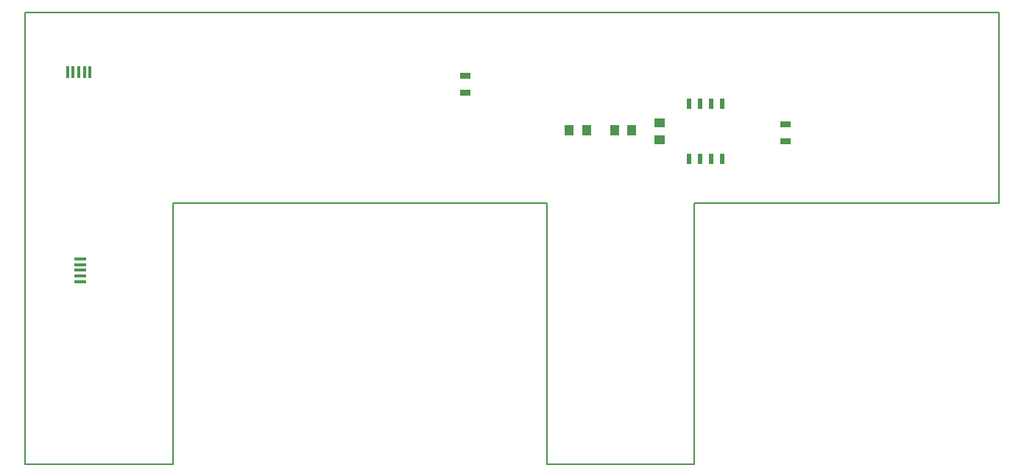
<source format=gbr>
G04 #@! TF.GenerationSoftware,KiCad,Pcbnew,(5.0.0)*
G04 #@! TF.CreationDate,2018-11-23T00:32:49+07:00*
G04 #@! TF.ProjectId,ext_module,6578745F6D6F64756C652E6B69636164,rev?*
G04 #@! TF.SameCoordinates,Original*
G04 #@! TF.FileFunction,Paste,Top*
G04 #@! TF.FilePolarity,Positive*
%FSLAX46Y46*%
G04 Gerber Fmt 4.6, Leading zero omitted, Abs format (unit mm)*
G04 Created by KiCad (PCBNEW (5.0.0)) date 11/23/18 00:32:49*
%MOMM*%
%LPD*%
G01*
G04 APERTURE LIST*
%ADD10C,0.150000*%
%ADD11R,1.250000X1.000000*%
%ADD12R,1.000000X1.250000*%
%ADD13R,1.300000X0.700000*%
%ADD14R,1.350000X0.400000*%
%ADD15R,0.400000X1.350000*%
%ADD16R,0.508000X1.143000*%
G04 APERTURE END LIST*
D10*
X21000000Y-23000000D02*
X21000000Y-75000000D01*
X133000000Y-23000000D02*
X21000000Y-23000000D01*
X133000000Y-45000000D02*
X133000000Y-23000000D01*
X98000000Y-45000000D02*
X133000000Y-45000000D01*
X98000000Y-75000000D02*
X98000000Y-45000000D01*
X81000000Y-75000000D02*
X98000000Y-75000000D01*
X81000000Y-45000000D02*
X81000000Y-75000000D01*
X38000000Y-45000000D02*
X81000000Y-45000000D01*
X38000000Y-75000000D02*
X38000000Y-45000000D01*
X21000000Y-75000000D02*
X38000000Y-75000000D01*
D11*
G04 #@! TO.C,C1uF1*
X93980000Y-35703000D03*
X93980000Y-37703000D03*
G04 #@! TD*
D12*
G04 #@! TO.C,C2.2uF1*
X83582000Y-36576000D03*
X85582000Y-36576000D03*
G04 #@! TD*
G04 #@! TO.C,C10uF1*
X90789000Y-36576000D03*
X88789000Y-36576000D03*
G04 #@! TD*
D13*
G04 #@! TO.C,R10k2*
X71628000Y-32253000D03*
X71628000Y-30353000D03*
G04 #@! TD*
G04 #@! TO.C,R100k1*
X108458000Y-37841000D03*
X108458000Y-35941000D03*
G04 #@! TD*
D14*
G04 #@! TO.C,U1*
X27385000Y-51405000D03*
X27385000Y-52055000D03*
X27385000Y-52705000D03*
X27385000Y-53355000D03*
X27385000Y-54005000D03*
G04 #@! TD*
D15*
G04 #@! TO.C,U2*
X28478000Y-29925000D03*
X27828000Y-29925000D03*
X27178000Y-29925000D03*
X26528000Y-29925000D03*
X25878000Y-29925000D03*
G04 #@! TD*
D16*
G04 #@! TO.C,U2F1*
X101219000Y-39878000D03*
X99949000Y-39878000D03*
X98679000Y-39878000D03*
X97409000Y-39878000D03*
X97409000Y-33528000D03*
X98679000Y-33528000D03*
X99949000Y-33528000D03*
X101219000Y-33528000D03*
G04 #@! TD*
M02*

</source>
